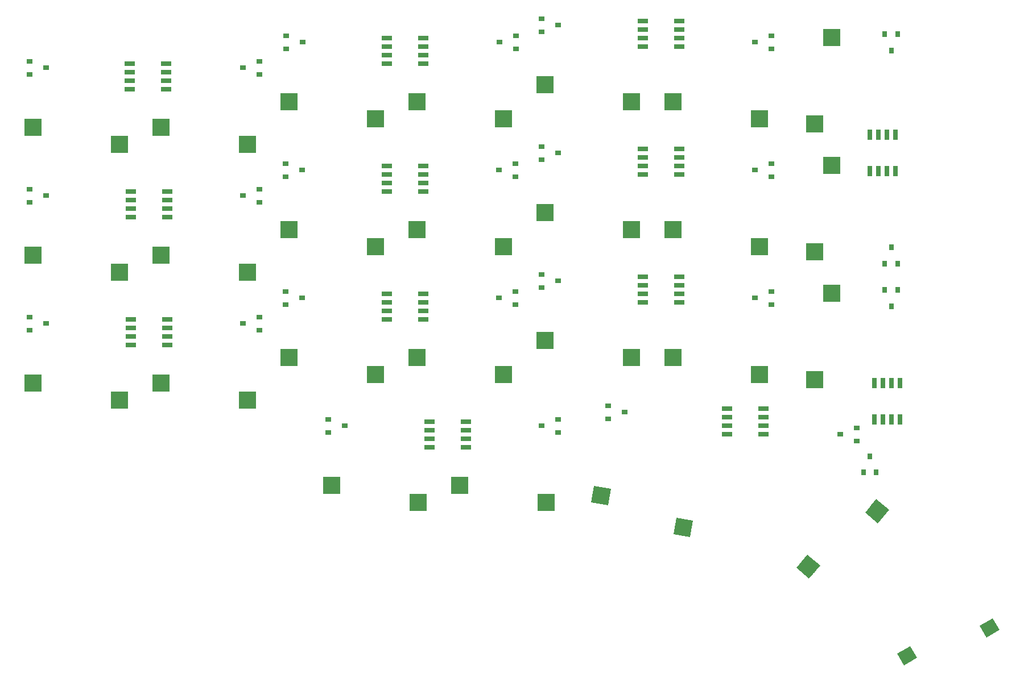
<source format=gbr>
G04 #@! TF.GenerationSoftware,KiCad,Pcbnew,(5.1.2)-1*
G04 #@! TF.CreationDate,2019-11-10T23:35:37+09:00*
G04 #@! TF.ProjectId,pcb2,70636232-2e6b-4696-9361-645f70636258,rev?*
G04 #@! TF.SameCoordinates,Original*
G04 #@! TF.FileFunction,Paste,Top*
G04 #@! TF.FilePolarity,Positive*
%FSLAX46Y46*%
G04 Gerber Fmt 4.6, Leading zero omitted, Abs format (unit mm)*
G04 Created by KiCad (PCBNEW (5.1.2)-1) date 2019-11-10 23:35:37*
%MOMM*%
%LPD*%
G04 APERTURE LIST*
%ADD10R,0.900000X0.800000*%
%ADD11R,0.800000X0.900000*%
%ADD12R,2.550000X2.500000*%
%ADD13C,2.000000*%
%ADD14C,0.100000*%
%ADD15C,2.500000*%
%ADD16R,2.500000X2.550000*%
%ADD17R,1.525000X0.650000*%
%ADD18R,0.650000X1.525000*%
G04 APERTURE END LIST*
D10*
X271850000Y1270000D03*
X274250000Y2220000D03*
X274250000Y320000D03*
D11*
X323850000Y27870000D03*
X324800000Y25470000D03*
X322900000Y25470000D03*
D10*
X303600000Y20320000D03*
X306000000Y21270000D03*
X306000000Y19370000D03*
X242500000Y1270000D03*
X240100000Y320000D03*
X240100000Y2220000D03*
D11*
X323850000Y57220000D03*
X322900000Y59620000D03*
X324800000Y59620000D03*
D10*
X274250000Y22860000D03*
X271850000Y21910000D03*
X271850000Y23810000D03*
X227400000Y16510000D03*
X229800000Y17460000D03*
X229800000Y15560000D03*
X303600000Y58420000D03*
X306000000Y59370000D03*
X306000000Y57470000D03*
X303600000Y39370000D03*
X306000000Y40320000D03*
X306000000Y38420000D03*
X198050000Y16510000D03*
X195650000Y15560000D03*
X195650000Y17460000D03*
X274250000Y60960000D03*
X271850000Y60010000D03*
X271850000Y61910000D03*
X274250000Y41910000D03*
X271850000Y40960000D03*
X271850000Y42860000D03*
D11*
X320675000Y-3245000D03*
X321625000Y-5645000D03*
X319725000Y-5645000D03*
D10*
X265570000Y58420000D03*
X267970000Y59370000D03*
X267970000Y57470000D03*
X265500000Y39370000D03*
X267900000Y40320000D03*
X267900000Y38420000D03*
D11*
X323850000Y19120000D03*
X322900000Y21520000D03*
X324800000Y21520000D03*
D10*
X236220000Y58420000D03*
X233820000Y57470000D03*
X233820000Y59370000D03*
X236150000Y39370000D03*
X233750000Y38420000D03*
X233750000Y40320000D03*
X316300000Y0D03*
X318700000Y950000D03*
X318700000Y-950000D03*
X265500000Y20320000D03*
X267900000Y21270000D03*
X267900000Y19370000D03*
X227400000Y35560000D03*
X229800000Y36510000D03*
X229800000Y34610000D03*
X227400000Y54610000D03*
X229800000Y55560000D03*
X229800000Y53660000D03*
X284156804Y3301055D03*
X281756804Y2351055D03*
X281756804Y4251055D03*
X236150000Y20320000D03*
X233750000Y19370000D03*
X233750000Y21270000D03*
X198050000Y35560000D03*
X195650000Y34610000D03*
X195650000Y36510000D03*
X198050000Y54610000D03*
X195650000Y53660000D03*
X195650000Y55560000D03*
D12*
X209015000Y5080000D03*
X196115000Y7620000D03*
X304265000Y8890000D03*
X291365000Y11430000D03*
X285215000Y30480000D03*
X272315000Y33020000D03*
X209015000Y24130000D03*
X196115000Y26670000D03*
X253465000Y-10160000D03*
X240565000Y-7620000D03*
X247115000Y8890000D03*
X234215000Y11430000D03*
D13*
X338481869Y-28819665D03*
D14*
G36*
X338977798Y-27378640D02*
G01*
X339977798Y-29110690D01*
X337985940Y-30260690D01*
X336985940Y-28528640D01*
X338977798Y-27378640D01*
X338977798Y-27378640D01*
G37*
D13*
X326213346Y-32969961D03*
D14*
G36*
X326709275Y-31528936D02*
G01*
X327709275Y-33260986D01*
X325717417Y-34410986D01*
X324717417Y-32678936D01*
X326709275Y-31528936D01*
X326709275Y-31528936D01*
G37*
D15*
X321732733Y-11437916D03*
D14*
G36*
X321870734Y-13218107D02*
G01*
X319955623Y-11611138D01*
X321594732Y-9657725D01*
X323509843Y-11264694D01*
X321870734Y-13218107D01*
X321870734Y-13218107D01*
G37*
D15*
X311495020Y-19687208D03*
D14*
G36*
X311633021Y-21467399D02*
G01*
X309717910Y-19860430D01*
X311357019Y-17907017D01*
X313272130Y-19513986D01*
X311633021Y-21467399D01*
X311633021Y-21467399D01*
G37*
D12*
X304265000Y27940000D03*
X291365000Y30480000D03*
D16*
X312420000Y27205000D03*
X314960000Y40105000D03*
D12*
X228065000Y43180000D03*
X215165000Y45720000D03*
X272515000Y-10160000D03*
X259615000Y-7620000D03*
D16*
X312427704Y46255000D03*
X314967704Y59155000D03*
D12*
X285215000Y11430000D03*
X272315000Y13970000D03*
X228065000Y5080000D03*
X215165000Y7620000D03*
X304265000Y46990000D03*
X291365000Y49530000D03*
X285215000Y49530000D03*
X272315000Y52070000D03*
X266165000Y46990000D03*
X253265000Y49530000D03*
X266165000Y27940000D03*
X253265000Y30480000D03*
D16*
X312420000Y8155000D03*
X314960000Y21055000D03*
D12*
X247115000Y46990000D03*
X234215000Y49530000D03*
X247115000Y27940000D03*
X234215000Y30480000D03*
X266165000Y8890000D03*
X253265000Y11430000D03*
X228065000Y24130000D03*
X215165000Y26670000D03*
D15*
X292902625Y-13865704D03*
D14*
G36*
X291429935Y-14875312D02*
G01*
X291864055Y-12413293D01*
X294375315Y-12856096D01*
X293941195Y-15318115D01*
X291429935Y-14875312D01*
X291429935Y-14875312D01*
G37*
D15*
X280639672Y-9124230D03*
D14*
G36*
X279166982Y-10133838D02*
G01*
X279601102Y-7671819D01*
X282112362Y-8114622D01*
X281678242Y-10576641D01*
X279166982Y-10133838D01*
X279166982Y-10133838D01*
G37*
D12*
X209015000Y43180000D03*
X196115000Y45720000D03*
D17*
X260522000Y1905000D03*
X260522000Y635000D03*
X260522000Y-635000D03*
X260522000Y-1905000D03*
X255098000Y-1905000D03*
X255098000Y-635000D03*
X255098000Y635000D03*
X255098000Y1905000D03*
D18*
X324485000Y39198000D03*
X323215000Y39198000D03*
X321945000Y39198000D03*
X320675000Y39198000D03*
X320675000Y44622000D03*
X321945000Y44622000D03*
X323215000Y44622000D03*
X324485000Y44622000D03*
D17*
X292272000Y23495000D03*
X292272000Y22225000D03*
X292272000Y20955000D03*
X292272000Y19685000D03*
X286848000Y19685000D03*
X286848000Y20955000D03*
X286848000Y22225000D03*
X286848000Y23495000D03*
X216072000Y17145000D03*
X216072000Y15875000D03*
X216072000Y14605000D03*
X216072000Y13335000D03*
X210648000Y13335000D03*
X210648000Y14605000D03*
X210648000Y15875000D03*
X210648000Y17145000D03*
X292272000Y61595000D03*
X292272000Y60325000D03*
X292272000Y59055000D03*
X292272000Y57785000D03*
X286848000Y57785000D03*
X286848000Y59055000D03*
X286848000Y60325000D03*
X286848000Y61595000D03*
X292272000Y42545000D03*
X292272000Y41275000D03*
X292272000Y40005000D03*
X292272000Y38735000D03*
X286848000Y38735000D03*
X286848000Y40005000D03*
X286848000Y41275000D03*
X286848000Y42545000D03*
D18*
X325120000Y2196000D03*
X323850000Y2196000D03*
X322580000Y2196000D03*
X321310000Y2196000D03*
X321310000Y7620000D03*
X322580000Y7620000D03*
X323850000Y7620000D03*
X325120000Y7620000D03*
D17*
X254172000Y59055000D03*
X254172000Y57785000D03*
X254172000Y56515000D03*
X254172000Y55245000D03*
X248748000Y55245000D03*
X248748000Y56515000D03*
X248748000Y57785000D03*
X248748000Y59055000D03*
X254172000Y40005000D03*
X254172000Y38735000D03*
X254172000Y37465000D03*
X254172000Y36195000D03*
X248748000Y36195000D03*
X248748000Y37465000D03*
X248748000Y38735000D03*
X248748000Y40005000D03*
X304800000Y3810000D03*
X304800000Y2540000D03*
X304800000Y1270000D03*
X304800000Y0D03*
X299376000Y0D03*
X299376000Y1270000D03*
X299376000Y2540000D03*
X299376000Y3810000D03*
X254172000Y20955000D03*
X254172000Y19685000D03*
X254172000Y18415000D03*
X254172000Y17145000D03*
X248748000Y17145000D03*
X248748000Y18415000D03*
X248748000Y19685000D03*
X248748000Y20955000D03*
X216072000Y36195000D03*
X216072000Y34925000D03*
X216072000Y33655000D03*
X216072000Y32385000D03*
X210648000Y32385000D03*
X210648000Y33655000D03*
X210648000Y34925000D03*
X210648000Y36195000D03*
X215900000Y55245000D03*
X215900000Y53975000D03*
X215900000Y52705000D03*
X215900000Y51435000D03*
X210476000Y51435000D03*
X210476000Y52705000D03*
X210476000Y53975000D03*
X210476000Y55245000D03*
M02*

</source>
